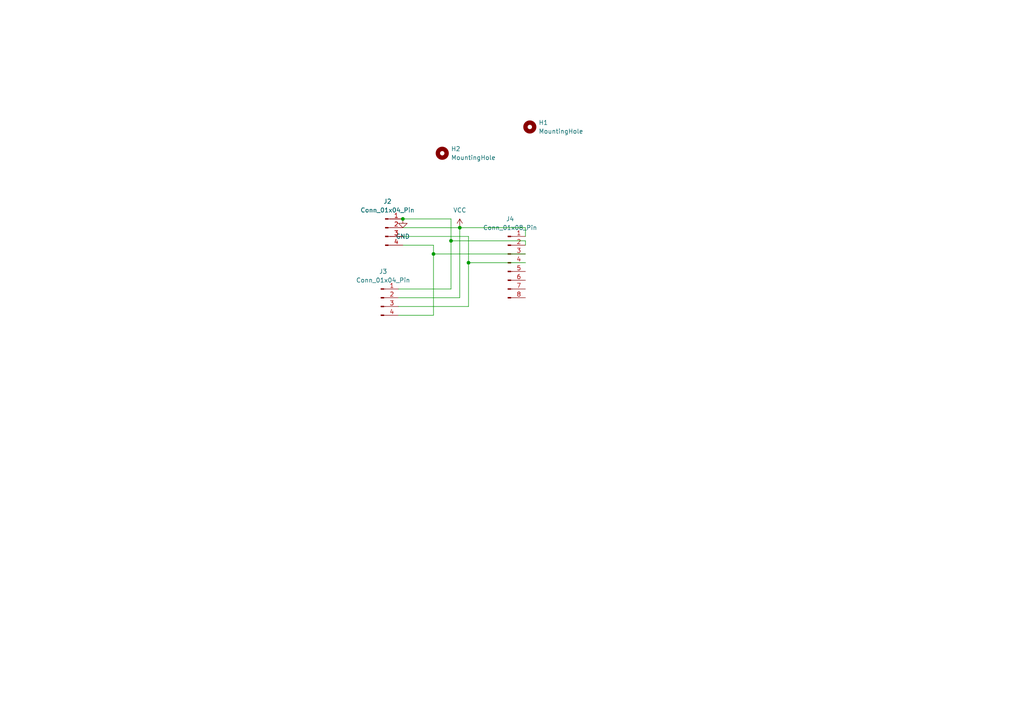
<source format=kicad_sch>
(kicad_sch (version 20250114) (generator "eeschema") (generator_version "9.0")
  (paper "A4")
  (lib_symbols
    (symbol "Connector:Conn_01x04_Pin" (pin_names (offset 1.016) (hide yes))
      (property "Reference" "J" (at 0 5.08 0))
      (property "Value" "Conn_01x04_Pin" (at 0 -7.62 0))
      (symbol "Conn_01x04_Pin_1_1"
        (rectangle (start 0.8636 2.667) (end 0 2.413) (stroke (width 0.1524)) (fill (type outline)))
        (rectangle (start 0.8636 0.127) (end 0 -0.127) (stroke (width 0.1524)) (fill (type outline)))
        (rectangle (start 0.8636 -2.413) (end 0 -2.667) (stroke (width 0.1524)) (fill (type outline)))
        (rectangle (start 0.8636 -4.953) (end 0 -5.207) (stroke (width 0.1524)) (fill (type outline)))
        (polyline (pts (xy 1.27 2.54) (xy 0.8636 2.54)) (stroke (width 0.1524)))
        (polyline (pts (xy 1.27 0) (xy 0.8636 0)) (stroke (width 0.1524)))
        (polyline (pts (xy 1.27 -2.54) (xy 0.8636 -2.54)) (stroke (width 0.1524)))
        (polyline (pts (xy 1.27 -5.08) (xy 0.8636 -5.08)) (stroke (width 0.1524)))
        (pin passive line (at 5.08 2.54 180) (length 3.81) (name "Pin_1") (number "1"))
        (pin passive line (at 5.08 0 180) (length 3.81) (name "Pin_2") (number "2"))
        (pin passive line (at 5.08 -2.54 180) (length 3.81) (name "Pin_3") (number "3"))
        (pin passive line (at 5.08 -5.08 180) (length 3.81) (name "Pin_4") (number "4"))
      )
    )
    (symbol "Connector:Conn_01x08_Pin" (pin_names (offset 1.016) (hide yes))
      (property "Reference" "J" (at 0 10.16 0))
      (property "Value" "Conn_01x08_Pin" (at 0 -12.7 0))
      (symbol "Conn_01x08_Pin_1_1"
        (rectangle (start 0.8636 7.747) (end 0 7.493) (stroke (width 0.1524)) (fill (type outline)))
        (rectangle (start 0.8636 5.207) (end 0 4.953) (stroke (width 0.1524)) (fill (type outline)))
        (rectangle (start 0.8636 2.667) (end 0 2.413) (stroke (width 0.1524)) (fill (type outline)))
        (rectangle (start 0.8636 0.127) (end 0 -0.127) (stroke (width 0.1524)) (fill (type outline)))
        (rectangle (start 0.8636 -2.413) (end 0 -2.667) (stroke (width 0.1524)) (fill (type outline)))
        (rectangle (start 0.8636 -4.953) (end 0 -5.207) (stroke (width 0.1524)) (fill (type outline)))
        (rectangle (start 0.8636 -7.493) (end 0 -7.747) (stroke (width 0.1524)) (fill (type outline)))
        (rectangle (start 0.8636 -10.033) (end 0 -10.287) (stroke (width 0.1524)) (fill (type outline)))
        (polyline (pts (xy 1.27 7.62) (xy 0.8636 7.62)) (stroke (width 0.1524)))
        (polyline (pts (xy 1.27 5.08) (xy 0.8636 5.08)) (stroke (width 0.1524)))
        (polyline (pts (xy 1.27 2.54) (xy 0.8636 2.54)) (stroke (width 0.1524)))
        (polyline (pts (xy 1.27 0) (xy 0.8636 0)) (stroke (width 0.1524)))
        (polyline (pts (xy 1.27 -2.54) (xy 0.8636 -2.54)) (stroke (width 0.1524)))
        (polyline (pts (xy 1.27 -5.08) (xy 0.8636 -5.08)) (stroke (width 0.1524)))
        (polyline (pts (xy 1.27 -7.62) (xy 0.8636 -7.62)) (stroke (width 0.1524)))
        (polyline (pts (xy 1.27 -10.16) (xy 0.8636 -10.16)) (stroke (width 0.1524)))
        (pin passive line (at 5.08 7.62 180) (length 3.81) (name "Pin_1") (number "1"))
        (pin passive line (at 5.08 5.08 180) (length 3.81) (name "Pin_2") (number "2"))
        (pin passive line (at 5.08 2.54 180) (length 3.81) (name "Pin_3") (number "3"))
        (pin passive line (at 5.08 0 180) (length 3.81) (name "Pin_4") (number "4"))
        (pin passive line (at 5.08 -2.54 180) (length 3.81) (name "Pin_5") (number "5"))
        (pin passive line (at 5.08 -5.08 180) (length 3.81) (name "Pin_6") (number "6"))
        (pin passive line (at 5.08 -7.62 180) (length 3.81) (name "Pin_7") (number "7"))
        (pin passive line (at 5.08 -10.16 180) (length 3.81) (name "Pin_8") (number "8"))
      )
    )
    (symbol "Mechanical:MountingHole" (pin_names (offset 1.016)) (in_bom no)
      (property "Reference" "H" (at 0 5.08 0))
      (property "Value" "MountingHole" (at 0 3.175 0))
      (symbol "MountingHole_0_1"
        (circle (center 0 0) (radius 1.27) (stroke (width 1.27)))
      )
    )
    (symbol "power:GND" (power) (pin_numbers (hide yes)) (pin_names (offset 0) (hide yes))
      (property "Value" "GND" (at 0 -3.81 0))
      (symbol "GND_0_1"
        (polyline (pts (xy 0 0) (xy 0 -1.27) (xy 1.27 -1.27) (xy 0 -2.54) (xy -1.27 -1.27) (xy 0 -1.27)))
      )
      (symbol "GND_1_1"
        (pin power_in line (at 0 0 270) (length 0) (name "~") (number "1"))
      )
    )
    (symbol "power:VCC" (power) (pin_numbers (hide yes)) (pin_names (offset 0) (hide yes))
      (property "Value" "VCC" (at 0 3.556 0))
      (symbol "VCC_0_1"
        (polyline (pts (xy -0.762 1.27) (xy 0 2.54)))
        (polyline (pts (xy 0 2.54) (xy 0.762 1.27)))
        (polyline (pts (xy 0 0) (xy 0 2.54)))
      )
      (symbol "VCC_1_1"
        (pin power_in line (at 0 0 90) (length 0) (name "~") (number "1"))
      )
    )
  )
  (junction (at 130.81 69.85))
  (junction (at 135.89 76.2))
  (junction (at 133.35 66.04))
  (junction (at 125.73 73.66))
  (junction (at 116.84 63.5))
  (wire (pts (xy 130.81 63.5) (xy 130.81 69.85)))
  (wire (pts (xy 133.35 66.04) (xy 133.35 86.36)))
  (wire (pts (xy 152.4 69.85) (xy 152.4 71.12)))
  (wire (pts (xy 116.84 63.5) (xy 130.81 63.5)))
  (wire (pts (xy 125.73 71.12) (xy 125.73 73.66)))
  (wire (pts (xy 130.81 69.85) (xy 152.4 69.85)))
  (wire (pts (xy 133.35 66.04) (xy 152.4 66.04)))
  (wire (pts (xy 135.89 68.58) (xy 135.89 76.2)))
  (wire (pts (xy 125.73 73.66) (xy 125.73 91.44)))
  (wire (pts (xy 116.84 71.12) (xy 125.73 71.12)))
  (wire (pts (xy 152.4 68.58) (xy 152.4 66.04)))
  (wire (pts (xy 116.84 68.58) (xy 135.89 68.58)))
  (wire (pts (xy 115.57 86.36) (xy 133.35 86.36)))
  (wire (pts (xy 135.89 88.9) (xy 115.57 88.9)))
  (wire (pts (xy 130.81 69.85) (xy 130.81 83.82)))
  (wire (pts (xy 125.73 73.66) (xy 152.4 73.66)))
  (wire (pts (xy 116.84 66.04) (xy 133.35 66.04)))
  (wire (pts (xy 135.89 76.2) (xy 135.89 88.9)))
  (wire (pts (xy 115.57 83.82) (xy 130.81 83.82)))
  (wire (pts (xy 115.57 91.44) (xy 125.73 91.44)))
  (wire (pts (xy 135.89 76.2) (xy 152.4 76.2)))
  (symbol (lib_id "power:GND") (at 116.84 63.5 0) (unit 1)
    (property "Reference" "#PWR01" (effects (hide yes)))
    (property "Value" "GND" (at 116.84 68.58 0))
    (property "Description" "Power symbol creates a global label with name \"GND\" , ground" (effects (hide yes)))
  )
  (symbol (lib_id "Connector:Conn_01x04_Pin") (at 111.76 66.04 0) (unit 1)
    (property "Reference" "J2" (at 112.395 58.42 0))
    (property "Value" "Conn_01x04_Pin" (at 112.395 60.96 0))
    (property "Footprint" "Connector_JST:JST_SH_SM04B-SRSS-TB_1x04-1MP_P1.00mm_Horizontal" (effects (hide yes)))
    (property "Description" "Generic connector, single row, 01x04, script generated" (effects (hide yes)))
  )
  (symbol (lib_id "Connector:Conn_01x04_Pin") (at 110.49 86.36 0) (unit 1)
    (property "Reference" "J3" (at 111.125 78.74 0))
    (property "Value" "Conn_01x04_Pin" (at 111.125 81.28 0))
    (property "Footprint" "Connector_JST:JST_SH_SM04B-SRSS-TB_1x04-1MP_P1.00mm_Horizontal" (effects (hide yes)))
    (property "Description" "Generic connector, single row, 01x04, script generated" (effects (hide yes)))
  )
  (symbol (lib_id "power:VCC") (at 133.35 66.04 0) (unit 1)
    (property "Reference" "#PWR02" (effects (hide yes)))
    (property "Value" "VCC" (at 133.35 60.96 0))
    (property "Description" "Power symbol creates a global label with name \"VCC\"" (effects (hide yes)))
  )
  (symbol (lib_id "Mechanical:MountingHole") (at 153.67 36.83 0) (unit 1) (in_bom no)
    (property "Reference" "H1" (at 156.21 35.5599 0) (effects (justify left)))
    (property "Value" "MountingHole" (at 156.21 38.0999 0) (effects (justify left)))
    (property "Footprint" "MountingHole:MountingHole_3.2mm_M3" (effects (hide yes)))
    (property "Description" "Mounting Hole without connection" (effects (hide yes)))
  )
  (symbol (lib_id "Connector:Conn_01x08_Pin") (at 147.32 76.2 0) (unit 1)
    (property "Reference" "J4" (at 147.955 63.5 0))
    (property "Value" "Conn_01x08_Pin" (at 147.955 66.04 0))
    (property "Footprint" "Connector_PinHeader_2.54mm:PinHeader_1x08_P2.54mm_Vertical" (effects (hide yes)))
    (property "Description" "Generic connector, single row, 01x08, script generated" (effects (hide yes)))
  )
  (symbol (lib_id "Mechanical:MountingHole") (at 128.27 44.45 0) (unit 1) (in_bom no)
    (property "Reference" "H2" (at 130.81 43.1799 0) (effects (justify left)))
    (property "Value" "MountingHole" (at 130.81 45.7199 0) (effects (justify left)))
    (property "Footprint" "MountingHole:MountingHole_3.2mm_M3" (effects (hide yes)))
    (property "Description" "Mounting Hole without connection" (effects (hide yes)))
  )
)
</source>
